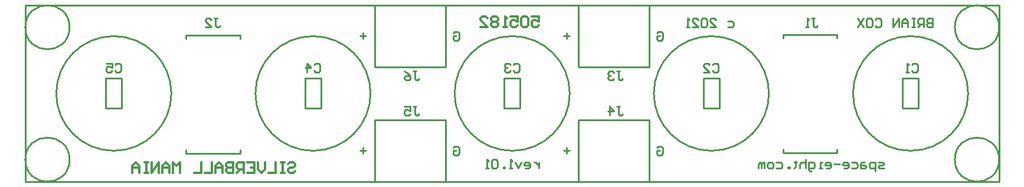
<source format=gbo>
%FSLAX25Y25*%
%MOIN*%
G70*
G01*
G75*
G04 Layer_Color=33789*
%ADD10P,0.08352X4X285.0*%
%ADD11P,0.08352X4X165.0*%
%ADD12R,0.05906X0.05906*%
%ADD13C,0.02500*%
%ADD14C,0.05000*%
%ADD15C,0.16500*%
%ADD16R,0.12500X0.12500*%
%ADD17C,0.12500*%
%ADD18C,0.04000*%
%ADD19R,0.17716X0.12205*%
%ADD20R,0.08000X0.05000*%
%ADD21C,0.01000*%
%ADD22C,0.01200*%
D21*
X307500Y600000D02*
G03*
X307500Y600000I-32500J0D01*
G01*
X420000D02*
G03*
X420000Y600000I-32500J0D01*
G01*
X532500D02*
G03*
X532500Y600000I-32500J0D01*
G01*
X645000D02*
G03*
X645000Y600000I-32500J0D01*
G01*
X757500D02*
G03*
X757500Y600000I-32500J0D01*
G01*
X775000Y637500D02*
G03*
X775000Y637500I-12500J0D01*
G01*
Y562500D02*
G03*
X775000Y562500I-12500J0D01*
G01*
X250000D02*
G03*
X250000Y562500I-12500J0D01*
G01*
Y637500D02*
G03*
X250000Y637500I-12500J0D01*
G01*
X225000Y650000D02*
X775000D01*
Y550000D02*
Y650000D01*
X225000Y550000D02*
X775000D01*
X225000D02*
Y650000D01*
X315741Y630970D02*
Y632939D01*
X346253D01*
Y630970D02*
Y632939D01*
X315741Y566009D02*
Y567978D01*
Y566009D02*
X346253D01*
Y567978D01*
X653041Y631274D02*
Y633243D01*
X683553D01*
Y631274D02*
Y633243D01*
X653041Y566313D02*
Y568282D01*
Y566313D02*
X683553D01*
Y568282D01*
X270484Y591484D02*
Y608516D01*
X279516D01*
Y591484D02*
Y608516D01*
X270484Y591484D02*
X279516D01*
X382984D02*
Y608516D01*
X392016D01*
Y591484D02*
Y608516D01*
X382984Y591484D02*
X392016D01*
X495484D02*
Y608516D01*
X504516D01*
Y591484D02*
Y608516D01*
X495484Y591484D02*
X504516D01*
X607984D02*
Y608516D01*
X617016D01*
Y591484D02*
Y608516D01*
X607984Y591484D02*
X617016D01*
X720484D02*
Y608516D01*
X729516D01*
Y591484D02*
Y608516D01*
X720484Y591484D02*
X729516D01*
X462500Y615000D02*
Y632500D01*
X422500Y650000D02*
X462500D01*
X422500Y615000D02*
Y632500D01*
Y615000D02*
X462500D01*
X422500Y632500D02*
Y650000D01*
X462500Y632500D02*
Y650000D01*
Y550000D02*
Y567500D01*
X422500Y585000D02*
X462500D01*
X422500Y550000D02*
Y567500D01*
Y550000D02*
X462500D01*
X422500Y567500D02*
Y585000D01*
X462500Y567500D02*
Y585000D01*
X577500Y550000D02*
Y567500D01*
X537500Y585000D02*
X577500D01*
X537500Y550000D02*
Y567500D01*
Y550000D02*
X577500D01*
X537500Y567500D02*
Y585000D01*
X577500Y567500D02*
Y585000D01*
Y615000D02*
Y632500D01*
X537500Y650000D02*
X577500D01*
X537500Y615000D02*
Y632500D01*
Y615000D02*
X577500D01*
X537500Y632500D02*
Y650000D01*
X577500Y632500D02*
Y650000D01*
X466668Y634165D02*
X467501Y634998D01*
X469167D01*
X470000Y634165D01*
Y630833D01*
X469167Y630000D01*
X467501D01*
X466668Y630833D01*
Y632499D01*
X468334D01*
X581668Y634165D02*
X582501Y634998D01*
X584167D01*
X585000Y634165D01*
Y630833D01*
X584167Y630000D01*
X582501D01*
X581668Y630833D01*
Y632499D01*
X583334D01*
X581668Y569165D02*
X582501Y569998D01*
X584167D01*
X585000Y569165D01*
Y565833D01*
X584167Y565000D01*
X582501D01*
X581668Y565833D01*
Y567499D01*
X583334D01*
X466668Y569165D02*
X467501Y569998D01*
X469167D01*
X470000Y569165D01*
Y565833D01*
X469167Y565000D01*
X467501D01*
X466668Y565833D01*
Y567499D01*
X468334D01*
X532500Y632499D02*
X529168D01*
X530834Y634165D02*
Y630833D01*
X417500Y632499D02*
X414168D01*
X415834Y634165D02*
Y630833D01*
X532500Y567499D02*
X529168D01*
X530834Y569165D02*
Y565833D01*
X417500Y567499D02*
X414168D01*
X415834Y569165D02*
Y565833D01*
X710000Y557500D02*
X707501D01*
X706668Y558333D01*
X707501Y559166D01*
X709167D01*
X710000Y559999D01*
X709167Y560832D01*
X706668D01*
X705002Y555834D02*
Y560832D01*
X702502D01*
X701669Y559999D01*
Y558333D01*
X702502Y557500D01*
X705002D01*
X699170Y560832D02*
X697504D01*
X696671Y559999D01*
Y557500D01*
X699170D01*
X700003Y558333D01*
X699170Y559166D01*
X696671D01*
X691673Y560832D02*
X694172D01*
X695005Y559999D01*
Y558333D01*
X694172Y557500D01*
X691673D01*
X687507D02*
X689173D01*
X690006Y558333D01*
Y559999D01*
X689173Y560832D01*
X687507D01*
X686674Y559999D01*
Y559166D01*
X690006D01*
X685008Y559999D02*
X681676D01*
X677510Y557500D02*
X679177D01*
X680010Y558333D01*
Y559999D01*
X679177Y560832D01*
X677510D01*
X676678Y559999D01*
Y559166D01*
X680010D01*
X675011Y557500D02*
X673345D01*
X674178D01*
Y560832D01*
X675011D01*
X669180Y555834D02*
X668347D01*
X667514Y556667D01*
Y560832D01*
X670013D01*
X670846Y559999D01*
Y558333D01*
X670013Y557500D01*
X667514D01*
X665848Y562498D02*
Y557500D01*
Y559999D01*
X665015Y560832D01*
X663348D01*
X662515Y559999D01*
Y557500D01*
X660016Y561665D02*
Y560832D01*
X660849D01*
X659183D01*
X660016D01*
Y558333D01*
X659183Y557500D01*
X656684D02*
Y558333D01*
X655851D01*
Y557500D01*
X656684D01*
X649186Y560832D02*
X651686D01*
X652519Y559999D01*
Y558333D01*
X651686Y557500D01*
X649186D01*
X646687D02*
X645021D01*
X644188Y558333D01*
Y559999D01*
X645021Y560832D01*
X646687D01*
X647520Y559999D01*
Y558333D01*
X646687Y557500D01*
X642522D02*
Y560832D01*
X641689D01*
X640856Y559999D01*
Y557500D01*
Y559999D01*
X640023Y560832D01*
X639190Y559999D01*
Y557500D01*
X515000Y560832D02*
Y557500D01*
Y559166D01*
X514167Y559999D01*
X513334Y560832D01*
X512501D01*
X507502Y557500D02*
X509169D01*
X510002Y558333D01*
Y559999D01*
X509169Y560832D01*
X507502D01*
X506669Y559999D01*
Y559166D01*
X510002D01*
X505003Y560832D02*
X503337Y557500D01*
X501671Y560832D01*
X500005Y557500D02*
X498339D01*
X499172D01*
Y562498D01*
X500005Y561665D01*
X495840Y557500D02*
Y558333D01*
X495007D01*
Y557500D01*
X495840D01*
X491674Y561665D02*
X490841Y562498D01*
X489175D01*
X488342Y561665D01*
Y558333D01*
X489175Y557500D01*
X490841D01*
X491674Y558333D01*
Y561665D01*
X486676Y557500D02*
X485010D01*
X485843D01*
Y562498D01*
X486676Y561665D01*
X737500Y642498D02*
Y637500D01*
X735001D01*
X734168Y638333D01*
Y639166D01*
X735001Y639999D01*
X737500D01*
X735001D01*
X734168Y640832D01*
Y641665D01*
X735001Y642498D01*
X737500D01*
X732502Y637500D02*
Y642498D01*
X730002D01*
X729169Y641665D01*
Y639999D01*
X730002Y639166D01*
X732502D01*
X730835D02*
X729169Y637500D01*
X727503Y642498D02*
X725837D01*
X726670D01*
Y637500D01*
X727503D01*
X725837D01*
X723338D02*
Y640832D01*
X721672Y642498D01*
X720006Y640832D01*
Y637500D01*
Y639999D01*
X723338D01*
X718339Y637500D02*
Y642498D01*
X715007Y637500D01*
Y642498D01*
X705011Y641665D02*
X705844Y642498D01*
X707510D01*
X708343Y641665D01*
Y638333D01*
X707510Y637500D01*
X705844D01*
X705011Y638333D01*
X700845Y642498D02*
X702511D01*
X703344Y641665D01*
Y638333D01*
X702511Y637500D01*
X700845D01*
X700012Y638333D01*
Y641665D01*
X700845Y642498D01*
X698346D02*
X695014Y637500D01*
Y642498D02*
X698346Y637500D01*
X621668Y640832D02*
X624167D01*
X625000Y639999D01*
Y638333D01*
X624167Y637500D01*
X621668D01*
X611671D02*
X615003D01*
X611671Y640832D01*
Y641665D01*
X612504Y642498D01*
X614170D01*
X615003Y641665D01*
X610005D02*
X609172Y642498D01*
X607506D01*
X606673Y641665D01*
Y638333D01*
X607506Y637500D01*
X609172D01*
X610005Y638333D01*
Y641665D01*
X601674Y637500D02*
X605007D01*
X601674Y640832D01*
Y641665D01*
X602507Y642498D01*
X604173D01*
X605007Y641665D01*
X600008Y637500D02*
X598342D01*
X599175D01*
Y642498D01*
X600008Y641665D01*
X725668Y616165D02*
X726501Y616998D01*
X728167D01*
X729000Y616165D01*
Y612833D01*
X728167Y612000D01*
X726501D01*
X725668Y612833D01*
X724002Y612000D02*
X722335D01*
X723169D01*
Y616998D01*
X724002Y616165D01*
X613168D02*
X614001Y616998D01*
X615667D01*
X616500Y616165D01*
Y612833D01*
X615667Y612000D01*
X614001D01*
X613168Y612833D01*
X608169Y612000D02*
X611502D01*
X608169Y615332D01*
Y616165D01*
X609002Y616998D01*
X610669D01*
X611502Y616165D01*
X500668D02*
X501501Y616998D01*
X503167D01*
X504000Y616165D01*
Y612833D01*
X503167Y612000D01*
X501501D01*
X500668Y612833D01*
X499002Y616165D02*
X498169Y616998D01*
X496502D01*
X495669Y616165D01*
Y615332D01*
X496502Y614499D01*
X497335D01*
X496502D01*
X495669Y613666D01*
Y612833D01*
X496502Y612000D01*
X498169D01*
X499002Y612833D01*
X388168Y616165D02*
X389001Y616998D01*
X390667D01*
X391500Y616165D01*
Y612833D01*
X390667Y612000D01*
X389001D01*
X388168Y612833D01*
X384002Y612000D02*
Y616998D01*
X386502Y614499D01*
X383169D01*
X275668Y616165D02*
X276501Y616998D01*
X278167D01*
X279000Y616165D01*
Y612833D01*
X278167Y612000D01*
X276501D01*
X275668Y612833D01*
X270669Y616998D02*
X274002D01*
Y614499D01*
X272336Y615332D01*
X271502D01*
X270669Y614499D01*
Y612833D01*
X271502Y612000D01*
X273169D01*
X274002Y612833D01*
X669168Y642498D02*
X670834D01*
X670001D01*
Y638333D01*
X670834Y637500D01*
X671667D01*
X672500Y638333D01*
X667502Y637500D02*
X665836D01*
X666669D01*
Y642498D01*
X667502Y641665D01*
X331668Y642498D02*
X333334D01*
X332501D01*
Y638333D01*
X333334Y637500D01*
X334167D01*
X335000Y638333D01*
X326669Y637500D02*
X330002D01*
X326669Y640832D01*
Y641665D01*
X327502Y642498D01*
X329169D01*
X330002Y641665D01*
X559168Y612498D02*
X560834D01*
X560001D01*
Y608333D01*
X560834Y607500D01*
X561667D01*
X562500Y608333D01*
X557502Y611665D02*
X556669Y612498D01*
X555002D01*
X554169Y611665D01*
Y610832D01*
X555002Y609999D01*
X555835D01*
X555002D01*
X554169Y609166D01*
Y608333D01*
X555002Y607500D01*
X556669D01*
X557502Y608333D01*
X559168Y592498D02*
X560834D01*
X560001D01*
Y588333D01*
X560834Y587500D01*
X561667D01*
X562500Y588333D01*
X555002Y587500D02*
Y592498D01*
X557502Y589999D01*
X554169D01*
X444168Y592498D02*
X445834D01*
X445001D01*
Y588333D01*
X445834Y587500D01*
X446667D01*
X447500Y588333D01*
X439169Y592498D02*
X442502D01*
Y589999D01*
X440836Y590832D01*
X440002D01*
X439169Y589999D01*
Y588333D01*
X440002Y587500D01*
X441669D01*
X442502Y588333D01*
X444168Y612498D02*
X445834D01*
X445001D01*
Y608333D01*
X445834Y607500D01*
X446667D01*
X447500Y608333D01*
X439169Y612498D02*
X440836Y611665D01*
X442502Y609999D01*
Y608333D01*
X441669Y607500D01*
X440002D01*
X439169Y608333D01*
Y609166D01*
X440002Y609999D01*
X442502D01*
D22*
X373501Y559998D02*
X374501Y560998D01*
X376500D01*
X377500Y559998D01*
Y558999D01*
X376500Y557999D01*
X374501D01*
X373501Y556999D01*
Y556000D01*
X374501Y555000D01*
X376500D01*
X377500Y556000D01*
X371502Y560998D02*
X369503D01*
X370502D01*
Y555000D01*
X371502D01*
X369503D01*
X366504Y560998D02*
Y555000D01*
X362505D01*
X360506Y560998D02*
Y556999D01*
X358506Y555000D01*
X356507Y556999D01*
Y560998D01*
X350509D02*
X354507D01*
Y555000D01*
X350509D01*
X354507Y557999D02*
X352508D01*
X348509Y555000D02*
Y560998D01*
X345510D01*
X344511Y559998D01*
Y557999D01*
X345510Y556999D01*
X348509D01*
X346510D02*
X344511Y555000D01*
X342511Y560998D02*
Y555000D01*
X339512D01*
X338513Y556000D01*
Y556999D01*
X339512Y557999D01*
X342511D01*
X339512D01*
X338513Y558999D01*
Y559998D01*
X339512Y560998D01*
X342511D01*
X336513Y555000D02*
Y558999D01*
X334514Y560998D01*
X332515Y558999D01*
Y555000D01*
Y557999D01*
X336513D01*
X330515Y560998D02*
Y555000D01*
X326517D01*
X324517Y560998D02*
Y555000D01*
X320518D01*
X312521D02*
Y560998D01*
X310522Y558999D01*
X308522Y560998D01*
Y555000D01*
X306523D02*
Y558999D01*
X304524Y560998D01*
X302524Y558999D01*
Y555000D01*
Y557999D01*
X306523D01*
X300525Y555000D02*
Y560998D01*
X296526Y555000D01*
Y560998D01*
X294527D02*
X292528D01*
X293527D01*
Y555000D01*
X294527D01*
X292528D01*
X289528D02*
Y558999D01*
X287529Y560998D01*
X285530Y558999D01*
Y555000D01*
Y557999D01*
X289528D01*
X511001Y643498D02*
X515000D01*
Y640499D01*
X513001Y641499D01*
X512001D01*
X511001Y640499D01*
Y638500D01*
X512001Y637500D01*
X514000D01*
X515000Y638500D01*
X509002Y642498D02*
X508002Y643498D01*
X506003D01*
X505003Y642498D01*
Y638500D01*
X506003Y637500D01*
X508002D01*
X509002Y638500D01*
Y642498D01*
X499005Y643498D02*
X503004D01*
Y640499D01*
X501005Y641499D01*
X500005D01*
X499005Y640499D01*
Y638500D01*
X500005Y637500D01*
X502004D01*
X503004Y638500D01*
X497006Y637500D02*
X495007D01*
X496006D01*
Y643498D01*
X497006Y642498D01*
X492007D02*
X491008Y643498D01*
X489008D01*
X488009Y642498D01*
Y641499D01*
X489008Y640499D01*
X488009Y639499D01*
Y638500D01*
X489008Y637500D01*
X491008D01*
X492007Y638500D01*
Y639499D01*
X491008Y640499D01*
X492007Y641499D01*
Y642498D01*
X491008Y640499D02*
X489008D01*
X482011Y637500D02*
X486009D01*
X482011Y641499D01*
Y642498D01*
X483010Y643498D01*
X485010D01*
X486009Y642498D01*
M02*

</source>
